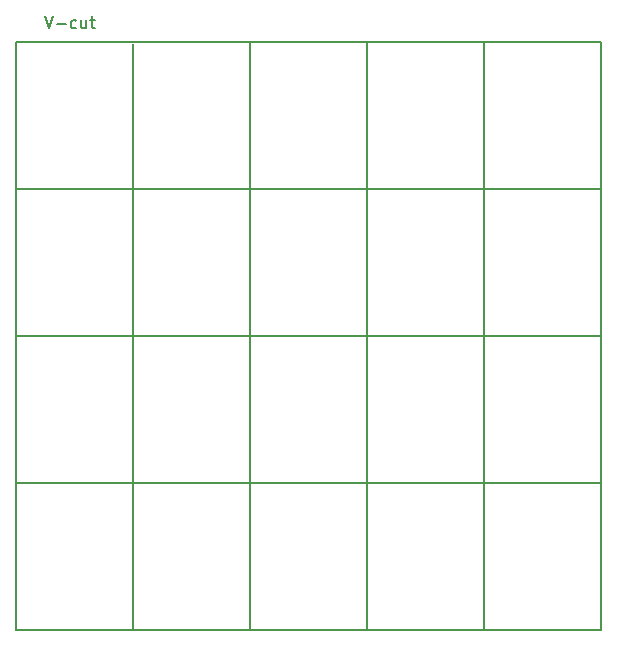
<source format=gbr>
G04 (created by PCBNEW (2013-04-28 BZR 4117)-testing) date Mon 29 Apr 2013 06:53:23 PM CEST*
%MOIN*%
G04 Gerber Fmt 3.4, Leading zero omitted, Abs format*
%FSLAX34Y34*%
G01*
G70*
G90*
G04 APERTURE LIST*
%ADD10C,2.3622e-06*%
%ADD11C,0.00787402*%
G04 APERTURE END LIST*
G54D10*
G54D11*
X17215Y-12084D02*
X17346Y-12478D01*
X17478Y-12084D01*
X17609Y-12328D02*
X17909Y-12328D01*
X18265Y-12459D02*
X18228Y-12478D01*
X18153Y-12478D01*
X18115Y-12459D01*
X18096Y-12440D01*
X18078Y-12403D01*
X18078Y-12290D01*
X18096Y-12253D01*
X18115Y-12234D01*
X18153Y-12215D01*
X18228Y-12215D01*
X18265Y-12234D01*
X18603Y-12215D02*
X18603Y-12478D01*
X18434Y-12215D02*
X18434Y-12421D01*
X18453Y-12459D01*
X18490Y-12478D01*
X18546Y-12478D01*
X18584Y-12459D01*
X18603Y-12440D01*
X18734Y-12215D02*
X18884Y-12215D01*
X18790Y-12084D02*
X18790Y-12421D01*
X18809Y-12459D01*
X18846Y-12478D01*
X18884Y-12478D01*
X31850Y-32550D02*
X31850Y-12950D01*
X27950Y-12950D02*
X27950Y-32550D01*
X24050Y-32550D02*
X24050Y-12950D01*
X20150Y-13000D02*
X20150Y-32550D01*
X16250Y-32550D02*
X16250Y-12950D01*
X35750Y-32550D02*
X35750Y-12950D01*
X16250Y-32550D02*
X35750Y-32550D01*
X16250Y-27650D02*
X35750Y-27650D01*
X16250Y-22750D02*
X35750Y-22750D01*
X16250Y-17850D02*
X35750Y-17850D01*
X16250Y-12950D02*
X35750Y-12950D01*
M02*

</source>
